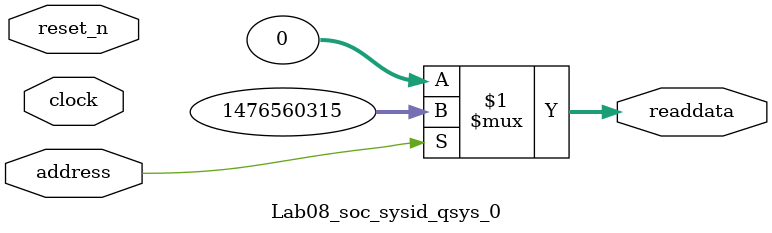
<source format=v>

`timescale 1ns / 1ps
// synthesis translate_on

// turn off superfluous verilog processor warnings 
// altera message_level Level1 
// altera message_off 10034 10035 10036 10037 10230 10240 10030 

module Lab08_soc_sysid_qsys_0 (
               // inputs:
                address,
                clock,
                reset_n,

               // outputs:
                readdata
             )
;

  output  [ 31: 0] readdata;
  input            address;
  input            clock;
  input            reset_n;

  wire    [ 31: 0] readdata;
  //control_slave, which is an e_avalon_slave
  assign readdata = address ? 1476560315 : 0;

endmodule




</source>
